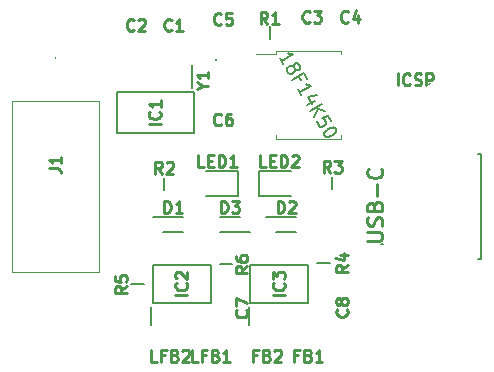
<source format=gbr>
%TF.GenerationSoftware,KiCad,Pcbnew,(5.1.12-1-g0a0a2da680)-1*%
%TF.CreationDate,2023-03-21T19:15:17+01:00*%
%TF.ProjectId,ThermoDeviceLogger,54686572-6d6f-4446-9576-6963654c6f67,rev?*%
%TF.SameCoordinates,Original*%
%TF.FileFunction,Legend,Top*%
%TF.FilePolarity,Positive*%
%FSLAX46Y46*%
G04 Gerber Fmt 4.6, Leading zero omitted, Abs format (unit mm)*
G04 Created by KiCad (PCBNEW (5.1.12-1-g0a0a2da680)-1) date 2023-03-21 19:15:17*
%MOMM*%
%LPD*%
G01*
G04 APERTURE LIST*
%ADD10C,0.200000*%
%ADD11C,0.100000*%
%ADD12C,0.120000*%
%ADD13C,0.254000*%
%ADD14C,0.250000*%
%ADD15C,0.150000*%
G04 APERTURE END LIST*
D10*
%TO.C,USB-C*%
X124850000Y-64730000D02*
X124600000Y-64730000D01*
X124850000Y-73670000D02*
X124850000Y-64730000D01*
X124600000Y-73670000D02*
X124850000Y-73670000D01*
X116400000Y-72400000D02*
X116400000Y-72400000D01*
X116500000Y-72400000D02*
X116500000Y-72400000D01*
X116400000Y-72400000D02*
X116400000Y-72400000D01*
X116500000Y-72400000D02*
G75*
G02*
X116400000Y-72400000I-50000J0D01*
G01*
X116400000Y-72400000D02*
G75*
G02*
X116500000Y-72400000I50000J0D01*
G01*
X116500000Y-72400000D02*
G75*
G02*
X116400000Y-72400000I-50000J0D01*
G01*
%TO.C,D1*%
X97050000Y-70100000D02*
X99600000Y-70100000D01*
X97900000Y-71400000D02*
X99600000Y-71400000D01*
%TO.C,D2*%
X106638000Y-70100000D02*
X109188000Y-70100000D01*
X107488000Y-71400000D02*
X109188000Y-71400000D01*
%TO.C,D3*%
X105244000Y-71400000D02*
X102694000Y-71400000D01*
X104394000Y-70100000D02*
X102694000Y-70100000D01*
%TO.C,IC1*%
X100500000Y-59525000D02*
X100500000Y-62975000D01*
X100500000Y-62975000D02*
X94000000Y-62975000D01*
X94000000Y-62975000D02*
X94000000Y-59525000D01*
X94000000Y-59525000D02*
X100500000Y-59525000D01*
X100350000Y-57225000D02*
X100350000Y-59175000D01*
%TO.C,IC2*%
X97050000Y-77350000D02*
X97050000Y-74150000D01*
X97050000Y-74150000D02*
X101950000Y-74150000D01*
X101950000Y-74150000D02*
X101950000Y-77350000D01*
X101950000Y-77350000D02*
X97050000Y-77350000D01*
X96920000Y-79225000D02*
X96920000Y-77700000D01*
%TO.C,IC3*%
X105300000Y-77350000D02*
X105300000Y-74150000D01*
X105300000Y-74150000D02*
X110200000Y-74150000D01*
X110200000Y-74150000D02*
X110200000Y-77350000D01*
X110200000Y-77350000D02*
X105300000Y-77350000D01*
X105170000Y-79225000D02*
X105170000Y-77700000D01*
%TO.C,ICSP*%
X120490000Y-58821000D02*
G75*
G03*
X120490000Y-58821000I-63000J0D01*
G01*
D11*
%TO.C,J1*%
X92450000Y-60250000D02*
X92450000Y-74750000D01*
X92450000Y-74750000D02*
X85150000Y-74750000D01*
X85150000Y-74750000D02*
X85150000Y-60250000D01*
X85150000Y-60250000D02*
X92450000Y-60250000D01*
X88750000Y-56550000D02*
X88750000Y-56550000D01*
X88750000Y-56650000D02*
X88750000Y-56650000D01*
X88750000Y-56550000D02*
X88750000Y-56550000D01*
X88750000Y-56650000D02*
G75*
G02*
X88750000Y-56550000I0J50000D01*
G01*
X88750000Y-56550000D02*
G75*
G02*
X88750000Y-56650000I0J-50000D01*
G01*
X88750000Y-56650000D02*
G75*
G02*
X88750000Y-56550000I0J50000D01*
G01*
D10*
%TO.C,LED1*%
X101550000Y-68300000D02*
X104250000Y-68300000D01*
X104250000Y-68300000D02*
X104250000Y-66200000D01*
X104250000Y-66200000D02*
X101550000Y-66200000D01*
%TO.C,LED2*%
X108700000Y-66200000D02*
X106000000Y-66200000D01*
X106000000Y-66200000D02*
X106000000Y-68300000D01*
X106000000Y-68300000D02*
X108700000Y-68300000D01*
%TO.C,R1*%
X106950000Y-55025000D02*
X106950000Y-53975000D01*
%TO.C,R2*%
X98000000Y-67815000D02*
X98000000Y-66765000D01*
%TO.C,R3*%
X112250000Y-67775000D02*
X112250000Y-66725000D01*
%TO.C,R4*%
X110975000Y-74000000D02*
X112025000Y-74000000D01*
%TO.C,R5*%
X95225000Y-75750000D02*
X96275000Y-75750000D01*
%TO.C,R6*%
X102725000Y-74050000D02*
X103775000Y-74050000D01*
D11*
%TO.C,Y1*%
X102350000Y-56850000D02*
X102350000Y-56850000D01*
X102350000Y-56750000D02*
X102350000Y-56750000D01*
X102350000Y-56850000D02*
G75*
G02*
X102350000Y-56750000I0J50000D01*
G01*
X102350000Y-56750000D02*
G75*
G02*
X102350000Y-56850000I0J-50000D01*
G01*
D12*
%TO.C,U1*%
X110250000Y-63460000D02*
X113010000Y-63460000D01*
X113010000Y-63460000D02*
X113010000Y-63185000D01*
X110250000Y-63460000D02*
X107490000Y-63460000D01*
X107490000Y-63460000D02*
X107490000Y-63185000D01*
X110250000Y-56040000D02*
X113010000Y-56040000D01*
X113010000Y-56040000D02*
X113010000Y-56315000D01*
X110250000Y-56040000D02*
X107490000Y-56040000D01*
X107490000Y-56040000D02*
X107490000Y-56315000D01*
X107490000Y-56315000D02*
X105800000Y-56315000D01*
%TO.C,USB-C*%
D13*
X115204523Y-72123809D02*
X116232619Y-72123809D01*
X116353571Y-72063333D01*
X116414047Y-72002857D01*
X116474523Y-71881904D01*
X116474523Y-71640000D01*
X116414047Y-71519047D01*
X116353571Y-71458571D01*
X116232619Y-71398095D01*
X115204523Y-71398095D01*
X116414047Y-70853809D02*
X116474523Y-70672380D01*
X116474523Y-70370000D01*
X116414047Y-70249047D01*
X116353571Y-70188571D01*
X116232619Y-70128095D01*
X116111666Y-70128095D01*
X115990714Y-70188571D01*
X115930238Y-70249047D01*
X115869761Y-70370000D01*
X115809285Y-70611904D01*
X115748809Y-70732857D01*
X115688333Y-70793333D01*
X115567380Y-70853809D01*
X115446428Y-70853809D01*
X115325476Y-70793333D01*
X115265000Y-70732857D01*
X115204523Y-70611904D01*
X115204523Y-70309523D01*
X115265000Y-70128095D01*
X115809285Y-69160476D02*
X115869761Y-68979047D01*
X115930238Y-68918571D01*
X116051190Y-68858095D01*
X116232619Y-68858095D01*
X116353571Y-68918571D01*
X116414047Y-68979047D01*
X116474523Y-69100000D01*
X116474523Y-69583809D01*
X115204523Y-69583809D01*
X115204523Y-69160476D01*
X115265000Y-69039523D01*
X115325476Y-68979047D01*
X115446428Y-68918571D01*
X115567380Y-68918571D01*
X115688333Y-68979047D01*
X115748809Y-69039523D01*
X115809285Y-69160476D01*
X115809285Y-69583809D01*
X115990714Y-68313809D02*
X115990714Y-67346190D01*
X116353571Y-66015714D02*
X116414047Y-66076190D01*
X116474523Y-66257619D01*
X116474523Y-66378571D01*
X116414047Y-66560000D01*
X116293095Y-66680952D01*
X116172142Y-66741428D01*
X115930238Y-66801904D01*
X115748809Y-66801904D01*
X115506904Y-66741428D01*
X115385952Y-66680952D01*
X115265000Y-66560000D01*
X115204523Y-66378571D01*
X115204523Y-66257619D01*
X115265000Y-66076190D01*
X115325476Y-66015714D01*
%TO.C,C1*%
D14*
X98633333Y-54257142D02*
X98585714Y-54304761D01*
X98442857Y-54352380D01*
X98347619Y-54352380D01*
X98204761Y-54304761D01*
X98109523Y-54209523D01*
X98061904Y-54114285D01*
X98014285Y-53923809D01*
X98014285Y-53780952D01*
X98061904Y-53590476D01*
X98109523Y-53495238D01*
X98204761Y-53400000D01*
X98347619Y-53352380D01*
X98442857Y-53352380D01*
X98585714Y-53400000D01*
X98633333Y-53447619D01*
X99585714Y-54352380D02*
X99014285Y-54352380D01*
X99300000Y-54352380D02*
X99300000Y-53352380D01*
X99204761Y-53495238D01*
X99109523Y-53590476D01*
X99014285Y-53638095D01*
D13*
%TO.C,C2*%
D14*
X95433333Y-54257142D02*
X95385714Y-54304761D01*
X95242857Y-54352380D01*
X95147619Y-54352380D01*
X95004761Y-54304761D01*
X94909523Y-54209523D01*
X94861904Y-54114285D01*
X94814285Y-53923809D01*
X94814285Y-53780952D01*
X94861904Y-53590476D01*
X94909523Y-53495238D01*
X95004761Y-53400000D01*
X95147619Y-53352380D01*
X95242857Y-53352380D01*
X95385714Y-53400000D01*
X95433333Y-53447619D01*
X95814285Y-53447619D02*
X95861904Y-53400000D01*
X95957142Y-53352380D01*
X96195238Y-53352380D01*
X96290476Y-53400000D01*
X96338095Y-53447619D01*
X96385714Y-53542857D01*
X96385714Y-53638095D01*
X96338095Y-53780952D01*
X95766666Y-54352380D01*
X96385714Y-54352380D01*
D13*
%TO.C,C3*%
D14*
X110333333Y-53557142D02*
X110285714Y-53604761D01*
X110142857Y-53652380D01*
X110047619Y-53652380D01*
X109904761Y-53604761D01*
X109809523Y-53509523D01*
X109761904Y-53414285D01*
X109714285Y-53223809D01*
X109714285Y-53080952D01*
X109761904Y-52890476D01*
X109809523Y-52795238D01*
X109904761Y-52700000D01*
X110047619Y-52652380D01*
X110142857Y-52652380D01*
X110285714Y-52700000D01*
X110333333Y-52747619D01*
X110666666Y-52652380D02*
X111285714Y-52652380D01*
X110952380Y-53033333D01*
X111095238Y-53033333D01*
X111190476Y-53080952D01*
X111238095Y-53128571D01*
X111285714Y-53223809D01*
X111285714Y-53461904D01*
X111238095Y-53557142D01*
X111190476Y-53604761D01*
X111095238Y-53652380D01*
X110809523Y-53652380D01*
X110714285Y-53604761D01*
X110666666Y-53557142D01*
D13*
%TO.C,C4*%
D14*
X113583333Y-53557142D02*
X113535714Y-53604761D01*
X113392857Y-53652380D01*
X113297619Y-53652380D01*
X113154761Y-53604761D01*
X113059523Y-53509523D01*
X113011904Y-53414285D01*
X112964285Y-53223809D01*
X112964285Y-53080952D01*
X113011904Y-52890476D01*
X113059523Y-52795238D01*
X113154761Y-52700000D01*
X113297619Y-52652380D01*
X113392857Y-52652380D01*
X113535714Y-52700000D01*
X113583333Y-52747619D01*
X114440476Y-52985714D02*
X114440476Y-53652380D01*
X114202380Y-52604761D02*
X113964285Y-53319047D01*
X114583333Y-53319047D01*
D13*
%TO.C,C5*%
D14*
X102833333Y-53757142D02*
X102785714Y-53804761D01*
X102642857Y-53852380D01*
X102547619Y-53852380D01*
X102404761Y-53804761D01*
X102309523Y-53709523D01*
X102261904Y-53614285D01*
X102214285Y-53423809D01*
X102214285Y-53280952D01*
X102261904Y-53090476D01*
X102309523Y-52995238D01*
X102404761Y-52900000D01*
X102547619Y-52852380D01*
X102642857Y-52852380D01*
X102785714Y-52900000D01*
X102833333Y-52947619D01*
X103738095Y-52852380D02*
X103261904Y-52852380D01*
X103214285Y-53328571D01*
X103261904Y-53280952D01*
X103357142Y-53233333D01*
X103595238Y-53233333D01*
X103690476Y-53280952D01*
X103738095Y-53328571D01*
X103785714Y-53423809D01*
X103785714Y-53661904D01*
X103738095Y-53757142D01*
X103690476Y-53804761D01*
X103595238Y-53852380D01*
X103357142Y-53852380D01*
X103261904Y-53804761D01*
X103214285Y-53757142D01*
D13*
%TO.C,C6*%
D14*
X102833333Y-62257142D02*
X102785714Y-62304761D01*
X102642857Y-62352380D01*
X102547619Y-62352380D01*
X102404761Y-62304761D01*
X102309523Y-62209523D01*
X102261904Y-62114285D01*
X102214285Y-61923809D01*
X102214285Y-61780952D01*
X102261904Y-61590476D01*
X102309523Y-61495238D01*
X102404761Y-61400000D01*
X102547619Y-61352380D01*
X102642857Y-61352380D01*
X102785714Y-61400000D01*
X102833333Y-61447619D01*
X103690476Y-61352380D02*
X103500000Y-61352380D01*
X103404761Y-61400000D01*
X103357142Y-61447619D01*
X103261904Y-61590476D01*
X103214285Y-61780952D01*
X103214285Y-62161904D01*
X103261904Y-62257142D01*
X103309523Y-62304761D01*
X103404761Y-62352380D01*
X103595238Y-62352380D01*
X103690476Y-62304761D01*
X103738095Y-62257142D01*
X103785714Y-62161904D01*
X103785714Y-61923809D01*
X103738095Y-61828571D01*
X103690476Y-61780952D01*
X103595238Y-61733333D01*
X103404761Y-61733333D01*
X103309523Y-61780952D01*
X103261904Y-61828571D01*
X103214285Y-61923809D01*
D13*
%TO.C,C7*%
D14*
X104957142Y-77966666D02*
X105004761Y-78014285D01*
X105052380Y-78157142D01*
X105052380Y-78252380D01*
X105004761Y-78395238D01*
X104909523Y-78490476D01*
X104814285Y-78538095D01*
X104623809Y-78585714D01*
X104480952Y-78585714D01*
X104290476Y-78538095D01*
X104195238Y-78490476D01*
X104100000Y-78395238D01*
X104052380Y-78252380D01*
X104052380Y-78157142D01*
X104100000Y-78014285D01*
X104147619Y-77966666D01*
X104052380Y-77633333D02*
X104052380Y-76966666D01*
X105052380Y-77395238D01*
D13*
%TO.C,C8*%
D14*
X113457142Y-77916666D02*
X113504761Y-77964285D01*
X113552380Y-78107142D01*
X113552380Y-78202380D01*
X113504761Y-78345238D01*
X113409523Y-78440476D01*
X113314285Y-78488095D01*
X113123809Y-78535714D01*
X112980952Y-78535714D01*
X112790476Y-78488095D01*
X112695238Y-78440476D01*
X112600000Y-78345238D01*
X112552380Y-78202380D01*
X112552380Y-78107142D01*
X112600000Y-77964285D01*
X112647619Y-77916666D01*
X112980952Y-77345238D02*
X112933333Y-77440476D01*
X112885714Y-77488095D01*
X112790476Y-77535714D01*
X112742857Y-77535714D01*
X112647619Y-77488095D01*
X112600000Y-77440476D01*
X112552380Y-77345238D01*
X112552380Y-77154761D01*
X112600000Y-77059523D01*
X112647619Y-77011904D01*
X112742857Y-76964285D01*
X112790476Y-76964285D01*
X112885714Y-77011904D01*
X112933333Y-77059523D01*
X112980952Y-77154761D01*
X112980952Y-77345238D01*
X113028571Y-77440476D01*
X113076190Y-77488095D01*
X113171428Y-77535714D01*
X113361904Y-77535714D01*
X113457142Y-77488095D01*
X113504761Y-77440476D01*
X113552380Y-77345238D01*
X113552380Y-77154761D01*
X113504761Y-77059523D01*
X113457142Y-77011904D01*
X113361904Y-76964285D01*
X113171428Y-76964285D01*
X113076190Y-77011904D01*
X113028571Y-77059523D01*
X112980952Y-77154761D01*
D13*
%TO.C,D1*%
D14*
X98011904Y-69752380D02*
X98011904Y-68752380D01*
X98250000Y-68752380D01*
X98392857Y-68800000D01*
X98488095Y-68895238D01*
X98535714Y-68990476D01*
X98583333Y-69180952D01*
X98583333Y-69323809D01*
X98535714Y-69514285D01*
X98488095Y-69609523D01*
X98392857Y-69704761D01*
X98250000Y-69752380D01*
X98011904Y-69752380D01*
X99535714Y-69752380D02*
X98964285Y-69752380D01*
X99250000Y-69752380D02*
X99250000Y-68752380D01*
X99154761Y-68895238D01*
X99059523Y-68990476D01*
X98964285Y-69038095D01*
D13*
%TO.C,D2*%
D14*
X107599904Y-69752380D02*
X107599904Y-68752380D01*
X107838000Y-68752380D01*
X107980857Y-68800000D01*
X108076095Y-68895238D01*
X108123714Y-68990476D01*
X108171333Y-69180952D01*
X108171333Y-69323809D01*
X108123714Y-69514285D01*
X108076095Y-69609523D01*
X107980857Y-69704761D01*
X107838000Y-69752380D01*
X107599904Y-69752380D01*
X108552285Y-68847619D02*
X108599904Y-68800000D01*
X108695142Y-68752380D01*
X108933238Y-68752380D01*
X109028476Y-68800000D01*
X109076095Y-68847619D01*
X109123714Y-68942857D01*
X109123714Y-69038095D01*
X109076095Y-69180952D01*
X108504666Y-69752380D01*
X109123714Y-69752380D01*
D13*
%TO.C,D3*%
D14*
X102805904Y-69752380D02*
X102805904Y-68752380D01*
X103044000Y-68752380D01*
X103186857Y-68800000D01*
X103282095Y-68895238D01*
X103329714Y-68990476D01*
X103377333Y-69180952D01*
X103377333Y-69323809D01*
X103329714Y-69514285D01*
X103282095Y-69609523D01*
X103186857Y-69704761D01*
X103044000Y-69752380D01*
X102805904Y-69752380D01*
X103710666Y-68752380D02*
X104329714Y-68752380D01*
X103996380Y-69133333D01*
X104139238Y-69133333D01*
X104234476Y-69180952D01*
X104282095Y-69228571D01*
X104329714Y-69323809D01*
X104329714Y-69561904D01*
X104282095Y-69657142D01*
X104234476Y-69704761D01*
X104139238Y-69752380D01*
X103853523Y-69752380D01*
X103758285Y-69704761D01*
X103710666Y-69657142D01*
D13*
%TO.C,FB1*%
D14*
X109356666Y-81828571D02*
X109023333Y-81828571D01*
X109023333Y-82352380D02*
X109023333Y-81352380D01*
X109499523Y-81352380D01*
X110213809Y-81828571D02*
X110356666Y-81876190D01*
X110404285Y-81923809D01*
X110451904Y-82019047D01*
X110451904Y-82161904D01*
X110404285Y-82257142D01*
X110356666Y-82304761D01*
X110261428Y-82352380D01*
X109880476Y-82352380D01*
X109880476Y-81352380D01*
X110213809Y-81352380D01*
X110309047Y-81400000D01*
X110356666Y-81447619D01*
X110404285Y-81542857D01*
X110404285Y-81638095D01*
X110356666Y-81733333D01*
X110309047Y-81780952D01*
X110213809Y-81828571D01*
X109880476Y-81828571D01*
X111404285Y-82352380D02*
X110832857Y-82352380D01*
X111118571Y-82352380D02*
X111118571Y-81352380D01*
X111023333Y-81495238D01*
X110928095Y-81590476D01*
X110832857Y-81638095D01*
D13*
%TO.C,FB2*%
D14*
X105866666Y-81828571D02*
X105533333Y-81828571D01*
X105533333Y-82352380D02*
X105533333Y-81352380D01*
X106009523Y-81352380D01*
X106723809Y-81828571D02*
X106866666Y-81876190D01*
X106914285Y-81923809D01*
X106961904Y-82019047D01*
X106961904Y-82161904D01*
X106914285Y-82257142D01*
X106866666Y-82304761D01*
X106771428Y-82352380D01*
X106390476Y-82352380D01*
X106390476Y-81352380D01*
X106723809Y-81352380D01*
X106819047Y-81400000D01*
X106866666Y-81447619D01*
X106914285Y-81542857D01*
X106914285Y-81638095D01*
X106866666Y-81733333D01*
X106819047Y-81780952D01*
X106723809Y-81828571D01*
X106390476Y-81828571D01*
X107342857Y-81447619D02*
X107390476Y-81400000D01*
X107485714Y-81352380D01*
X107723809Y-81352380D01*
X107819047Y-81400000D01*
X107866666Y-81447619D01*
X107914285Y-81542857D01*
X107914285Y-81638095D01*
X107866666Y-81780952D01*
X107295238Y-82352380D01*
X107914285Y-82352380D01*
D13*
%TO.C,IC1*%
D14*
X97702380Y-62226190D02*
X96702380Y-62226190D01*
X97607142Y-61178571D02*
X97654761Y-61226190D01*
X97702380Y-61369047D01*
X97702380Y-61464285D01*
X97654761Y-61607142D01*
X97559523Y-61702380D01*
X97464285Y-61750000D01*
X97273809Y-61797619D01*
X97130952Y-61797619D01*
X96940476Y-61750000D01*
X96845238Y-61702380D01*
X96750000Y-61607142D01*
X96702380Y-61464285D01*
X96702380Y-61369047D01*
X96750000Y-61226190D01*
X96797619Y-61178571D01*
X97702380Y-60226190D02*
X97702380Y-60797619D01*
X97702380Y-60511904D02*
X96702380Y-60511904D01*
X96845238Y-60607142D01*
X96940476Y-60702380D01*
X96988095Y-60797619D01*
D13*
%TO.C,IC2*%
D14*
X99952380Y-76726190D02*
X98952380Y-76726190D01*
X99857142Y-75678571D02*
X99904761Y-75726190D01*
X99952380Y-75869047D01*
X99952380Y-75964285D01*
X99904761Y-76107142D01*
X99809523Y-76202380D01*
X99714285Y-76250000D01*
X99523809Y-76297619D01*
X99380952Y-76297619D01*
X99190476Y-76250000D01*
X99095238Y-76202380D01*
X99000000Y-76107142D01*
X98952380Y-75964285D01*
X98952380Y-75869047D01*
X99000000Y-75726190D01*
X99047619Y-75678571D01*
X99047619Y-75297619D02*
X99000000Y-75250000D01*
X98952380Y-75154761D01*
X98952380Y-74916666D01*
X99000000Y-74821428D01*
X99047619Y-74773809D01*
X99142857Y-74726190D01*
X99238095Y-74726190D01*
X99380952Y-74773809D01*
X99952380Y-75345238D01*
X99952380Y-74726190D01*
D13*
%TO.C,IC3*%
D14*
X108202380Y-76726190D02*
X107202380Y-76726190D01*
X108107142Y-75678571D02*
X108154761Y-75726190D01*
X108202380Y-75869047D01*
X108202380Y-75964285D01*
X108154761Y-76107142D01*
X108059523Y-76202380D01*
X107964285Y-76250000D01*
X107773809Y-76297619D01*
X107630952Y-76297619D01*
X107440476Y-76250000D01*
X107345238Y-76202380D01*
X107250000Y-76107142D01*
X107202380Y-75964285D01*
X107202380Y-75869047D01*
X107250000Y-75726190D01*
X107297619Y-75678571D01*
X107202380Y-75345238D02*
X107202380Y-74726190D01*
X107583333Y-75059523D01*
X107583333Y-74916666D01*
X107630952Y-74821428D01*
X107678571Y-74773809D01*
X107773809Y-74726190D01*
X108011904Y-74726190D01*
X108107142Y-74773809D01*
X108154761Y-74821428D01*
X108202380Y-74916666D01*
X108202380Y-75202380D01*
X108154761Y-75297619D01*
X108107142Y-75345238D01*
D13*
%TO.C,ICSP*%
D14*
X117773809Y-58952380D02*
X117773809Y-57952380D01*
X118821428Y-58857142D02*
X118773809Y-58904761D01*
X118630952Y-58952380D01*
X118535714Y-58952380D01*
X118392857Y-58904761D01*
X118297619Y-58809523D01*
X118250000Y-58714285D01*
X118202380Y-58523809D01*
X118202380Y-58380952D01*
X118250000Y-58190476D01*
X118297619Y-58095238D01*
X118392857Y-58000000D01*
X118535714Y-57952380D01*
X118630952Y-57952380D01*
X118773809Y-58000000D01*
X118821428Y-58047619D01*
X119202380Y-58904761D02*
X119345238Y-58952380D01*
X119583333Y-58952380D01*
X119678571Y-58904761D01*
X119726190Y-58857142D01*
X119773809Y-58761904D01*
X119773809Y-58666666D01*
X119726190Y-58571428D01*
X119678571Y-58523809D01*
X119583333Y-58476190D01*
X119392857Y-58428571D01*
X119297619Y-58380952D01*
X119250000Y-58333333D01*
X119202380Y-58238095D01*
X119202380Y-58142857D01*
X119250000Y-58047619D01*
X119297619Y-58000000D01*
X119392857Y-57952380D01*
X119630952Y-57952380D01*
X119773809Y-58000000D01*
X120202380Y-58952380D02*
X120202380Y-57952380D01*
X120583333Y-57952380D01*
X120678571Y-58000000D01*
X120726190Y-58047619D01*
X120773809Y-58142857D01*
X120773809Y-58285714D01*
X120726190Y-58380952D01*
X120678571Y-58428571D01*
X120583333Y-58476190D01*
X120202380Y-58476190D01*
%TO.C,J1*%
X88252380Y-65983333D02*
X88966666Y-65983333D01*
X89109523Y-66030952D01*
X89204761Y-66126190D01*
X89252380Y-66269047D01*
X89252380Y-66364285D01*
X89252380Y-64983333D02*
X89252380Y-65554761D01*
X89252380Y-65269047D02*
X88252380Y-65269047D01*
X88395238Y-65364285D01*
X88490476Y-65459523D01*
X88538095Y-65554761D01*
D13*
%TO.C,LED1*%
D14*
X101380952Y-65852380D02*
X100904761Y-65852380D01*
X100904761Y-64852380D01*
X101714285Y-65328571D02*
X102047619Y-65328571D01*
X102190476Y-65852380D02*
X101714285Y-65852380D01*
X101714285Y-64852380D01*
X102190476Y-64852380D01*
X102619047Y-65852380D02*
X102619047Y-64852380D01*
X102857142Y-64852380D01*
X103000000Y-64900000D01*
X103095238Y-64995238D01*
X103142857Y-65090476D01*
X103190476Y-65280952D01*
X103190476Y-65423809D01*
X103142857Y-65614285D01*
X103095238Y-65709523D01*
X103000000Y-65804761D01*
X102857142Y-65852380D01*
X102619047Y-65852380D01*
X104142857Y-65852380D02*
X103571428Y-65852380D01*
X103857142Y-65852380D02*
X103857142Y-64852380D01*
X103761904Y-64995238D01*
X103666666Y-65090476D01*
X103571428Y-65138095D01*
D13*
%TO.C,LED2*%
D14*
X106630952Y-65852380D02*
X106154761Y-65852380D01*
X106154761Y-64852380D01*
X106964285Y-65328571D02*
X107297619Y-65328571D01*
X107440476Y-65852380D02*
X106964285Y-65852380D01*
X106964285Y-64852380D01*
X107440476Y-64852380D01*
X107869047Y-65852380D02*
X107869047Y-64852380D01*
X108107142Y-64852380D01*
X108250000Y-64900000D01*
X108345238Y-64995238D01*
X108392857Y-65090476D01*
X108440476Y-65280952D01*
X108440476Y-65423809D01*
X108392857Y-65614285D01*
X108345238Y-65709523D01*
X108250000Y-65804761D01*
X108107142Y-65852380D01*
X107869047Y-65852380D01*
X108821428Y-64947619D02*
X108869047Y-64900000D01*
X108964285Y-64852380D01*
X109202380Y-64852380D01*
X109297619Y-64900000D01*
X109345238Y-64947619D01*
X109392857Y-65042857D01*
X109392857Y-65138095D01*
X109345238Y-65280952D01*
X108773809Y-65852380D01*
X109392857Y-65852380D01*
D13*
%TO.C,LFB1*%
D14*
X100844761Y-82352380D02*
X100368571Y-82352380D01*
X100368571Y-81352380D01*
X101511428Y-81828571D02*
X101178095Y-81828571D01*
X101178095Y-82352380D02*
X101178095Y-81352380D01*
X101654285Y-81352380D01*
X102368571Y-81828571D02*
X102511428Y-81876190D01*
X102559047Y-81923809D01*
X102606666Y-82019047D01*
X102606666Y-82161904D01*
X102559047Y-82257142D01*
X102511428Y-82304761D01*
X102416190Y-82352380D01*
X102035238Y-82352380D01*
X102035238Y-81352380D01*
X102368571Y-81352380D01*
X102463809Y-81400000D01*
X102511428Y-81447619D01*
X102559047Y-81542857D01*
X102559047Y-81638095D01*
X102511428Y-81733333D01*
X102463809Y-81780952D01*
X102368571Y-81828571D01*
X102035238Y-81828571D01*
X103559047Y-82352380D02*
X102987619Y-82352380D01*
X103273333Y-82352380D02*
X103273333Y-81352380D01*
X103178095Y-81495238D01*
X103082857Y-81590476D01*
X102987619Y-81638095D01*
D13*
%TO.C,LFB2*%
D14*
X97404761Y-82352380D02*
X96928571Y-82352380D01*
X96928571Y-81352380D01*
X98071428Y-81828571D02*
X97738095Y-81828571D01*
X97738095Y-82352380D02*
X97738095Y-81352380D01*
X98214285Y-81352380D01*
X98928571Y-81828571D02*
X99071428Y-81876190D01*
X99119047Y-81923809D01*
X99166666Y-82019047D01*
X99166666Y-82161904D01*
X99119047Y-82257142D01*
X99071428Y-82304761D01*
X98976190Y-82352380D01*
X98595238Y-82352380D01*
X98595238Y-81352380D01*
X98928571Y-81352380D01*
X99023809Y-81400000D01*
X99071428Y-81447619D01*
X99119047Y-81542857D01*
X99119047Y-81638095D01*
X99071428Y-81733333D01*
X99023809Y-81780952D01*
X98928571Y-81828571D01*
X98595238Y-81828571D01*
X99547619Y-81447619D02*
X99595238Y-81400000D01*
X99690476Y-81352380D01*
X99928571Y-81352380D01*
X100023809Y-81400000D01*
X100071428Y-81447619D01*
X100119047Y-81542857D01*
X100119047Y-81638095D01*
X100071428Y-81780952D01*
X99500000Y-82352380D01*
X100119047Y-82352380D01*
D13*
%TO.C,R1*%
D14*
X106733333Y-53752380D02*
X106400000Y-53276190D01*
X106161904Y-53752380D02*
X106161904Y-52752380D01*
X106542857Y-52752380D01*
X106638095Y-52800000D01*
X106685714Y-52847619D01*
X106733333Y-52942857D01*
X106733333Y-53085714D01*
X106685714Y-53180952D01*
X106638095Y-53228571D01*
X106542857Y-53276190D01*
X106161904Y-53276190D01*
X107685714Y-53752380D02*
X107114285Y-53752380D01*
X107400000Y-53752380D02*
X107400000Y-52752380D01*
X107304761Y-52895238D01*
X107209523Y-52990476D01*
X107114285Y-53038095D01*
D13*
%TO.C,R2*%
D14*
X97833333Y-66422380D02*
X97500000Y-65946190D01*
X97261904Y-66422380D02*
X97261904Y-65422380D01*
X97642857Y-65422380D01*
X97738095Y-65470000D01*
X97785714Y-65517619D01*
X97833333Y-65612857D01*
X97833333Y-65755714D01*
X97785714Y-65850952D01*
X97738095Y-65898571D01*
X97642857Y-65946190D01*
X97261904Y-65946190D01*
X98214285Y-65517619D02*
X98261904Y-65470000D01*
X98357142Y-65422380D01*
X98595238Y-65422380D01*
X98690476Y-65470000D01*
X98738095Y-65517619D01*
X98785714Y-65612857D01*
X98785714Y-65708095D01*
X98738095Y-65850952D01*
X98166666Y-66422380D01*
X98785714Y-66422380D01*
D13*
%TO.C,R3*%
D14*
X112083333Y-66352380D02*
X111750000Y-65876190D01*
X111511904Y-66352380D02*
X111511904Y-65352380D01*
X111892857Y-65352380D01*
X111988095Y-65400000D01*
X112035714Y-65447619D01*
X112083333Y-65542857D01*
X112083333Y-65685714D01*
X112035714Y-65780952D01*
X111988095Y-65828571D01*
X111892857Y-65876190D01*
X111511904Y-65876190D01*
X112416666Y-65352380D02*
X113035714Y-65352380D01*
X112702380Y-65733333D01*
X112845238Y-65733333D01*
X112940476Y-65780952D01*
X112988095Y-65828571D01*
X113035714Y-65923809D01*
X113035714Y-66161904D01*
X112988095Y-66257142D01*
X112940476Y-66304761D01*
X112845238Y-66352380D01*
X112559523Y-66352380D01*
X112464285Y-66304761D01*
X112416666Y-66257142D01*
D13*
%TO.C,R4*%
D14*
X113552380Y-74166666D02*
X113076190Y-74500000D01*
X113552380Y-74738095D02*
X112552380Y-74738095D01*
X112552380Y-74357142D01*
X112600000Y-74261904D01*
X112647619Y-74214285D01*
X112742857Y-74166666D01*
X112885714Y-74166666D01*
X112980952Y-74214285D01*
X113028571Y-74261904D01*
X113076190Y-74357142D01*
X113076190Y-74738095D01*
X112885714Y-73309523D02*
X113552380Y-73309523D01*
X112504761Y-73547619D02*
X113219047Y-73785714D01*
X113219047Y-73166666D01*
D13*
%TO.C,R5*%
D14*
X94852380Y-75966666D02*
X94376190Y-76300000D01*
X94852380Y-76538095D02*
X93852380Y-76538095D01*
X93852380Y-76157142D01*
X93900000Y-76061904D01*
X93947619Y-76014285D01*
X94042857Y-75966666D01*
X94185714Y-75966666D01*
X94280952Y-76014285D01*
X94328571Y-76061904D01*
X94376190Y-76157142D01*
X94376190Y-76538095D01*
X93852380Y-75061904D02*
X93852380Y-75538095D01*
X94328571Y-75585714D01*
X94280952Y-75538095D01*
X94233333Y-75442857D01*
X94233333Y-75204761D01*
X94280952Y-75109523D01*
X94328571Y-75061904D01*
X94423809Y-75014285D01*
X94661904Y-75014285D01*
X94757142Y-75061904D01*
X94804761Y-75109523D01*
X94852380Y-75204761D01*
X94852380Y-75442857D01*
X94804761Y-75538095D01*
X94757142Y-75585714D01*
D13*
%TO.C,R6*%
D14*
X105052380Y-74266666D02*
X104576190Y-74600000D01*
X105052380Y-74838095D02*
X104052380Y-74838095D01*
X104052380Y-74457142D01*
X104100000Y-74361904D01*
X104147619Y-74314285D01*
X104242857Y-74266666D01*
X104385714Y-74266666D01*
X104480952Y-74314285D01*
X104528571Y-74361904D01*
X104576190Y-74457142D01*
X104576190Y-74838095D01*
X104052380Y-73409523D02*
X104052380Y-73600000D01*
X104100000Y-73695238D01*
X104147619Y-73742857D01*
X104290476Y-73838095D01*
X104480952Y-73885714D01*
X104861904Y-73885714D01*
X104957142Y-73838095D01*
X105004761Y-73790476D01*
X105052380Y-73695238D01*
X105052380Y-73504761D01*
X105004761Y-73409523D01*
X104957142Y-73361904D01*
X104861904Y-73314285D01*
X104623809Y-73314285D01*
X104528571Y-73361904D01*
X104480952Y-73409523D01*
X104433333Y-73504761D01*
X104433333Y-73695238D01*
X104480952Y-73790476D01*
X104528571Y-73838095D01*
X104623809Y-73885714D01*
D13*
%TO.C,Y1*%
D14*
X101276190Y-58976190D02*
X101752380Y-58976190D01*
X100752380Y-59309523D02*
X101276190Y-58976190D01*
X100752380Y-58642857D01*
X101752380Y-57785714D02*
X101752380Y-58357142D01*
X101752380Y-58071428D02*
X100752380Y-58071428D01*
X100895238Y-58166666D01*
X100990476Y-58261904D01*
X101038095Y-58357142D01*
D13*
%TO.C,U1*%
D15*
X108105954Y-57168244D02*
X107791668Y-56623885D01*
X107948811Y-56896064D02*
X108901439Y-56346064D01*
X108712968Y-56333909D01*
X108569861Y-56295564D01*
X108472116Y-56231028D01*
X108964598Y-57398317D02*
X108957580Y-57281400D01*
X108976753Y-57209846D01*
X109041289Y-57112102D01*
X109086652Y-57085911D01*
X109203569Y-57078894D01*
X109275123Y-57098066D01*
X109372867Y-57162602D01*
X109477629Y-57344055D01*
X109484647Y-57460972D01*
X109465474Y-57532526D01*
X109400938Y-57630270D01*
X109355575Y-57656461D01*
X109238658Y-57663478D01*
X109167104Y-57644306D01*
X109069360Y-57579770D01*
X108964598Y-57398317D01*
X108866854Y-57333781D01*
X108795300Y-57314608D01*
X108678383Y-57321626D01*
X108496930Y-57426388D01*
X108432394Y-57524132D01*
X108413222Y-57595685D01*
X108420239Y-57712602D01*
X108525001Y-57894055D01*
X108622745Y-57958591D01*
X108694299Y-57977764D01*
X108811216Y-57970746D01*
X108992669Y-57865984D01*
X109057205Y-57768240D01*
X109076378Y-57696687D01*
X109069360Y-57579770D01*
X109547806Y-58513225D02*
X109364473Y-58195682D01*
X108865477Y-58483777D02*
X109818105Y-57933777D01*
X110080010Y-58387410D01*
X109625001Y-59799311D02*
X109310715Y-59254952D01*
X109467858Y-59527132D02*
X110420486Y-58977132D01*
X110232016Y-58964977D01*
X110088908Y-58926631D01*
X109991164Y-58862095D01*
X110731515Y-60249183D02*
X110096430Y-60615849D01*
X110963469Y-59812843D02*
X110152068Y-59978884D01*
X110492544Y-60568606D01*
X110384525Y-61114845D02*
X111337153Y-60564845D01*
X110698811Y-61659204D02*
X111007455Y-60936649D01*
X111651439Y-61109204D02*
X110792794Y-60879131D01*
X112149058Y-61971105D02*
X111887153Y-61517473D01*
X111407330Y-61734015D01*
X111478884Y-61753187D01*
X111576628Y-61817723D01*
X111707580Y-62044539D01*
X111714598Y-62161456D01*
X111695425Y-62233010D01*
X111630889Y-62330754D01*
X111404073Y-62461707D01*
X111287156Y-62468724D01*
X111215602Y-62449552D01*
X111117858Y-62385016D01*
X110986906Y-62158199D01*
X110979888Y-62041283D01*
X110999061Y-61969729D01*
X112515724Y-62606191D02*
X112568105Y-62696917D01*
X112575123Y-62813834D01*
X112555950Y-62885388D01*
X112491414Y-62983132D01*
X112336152Y-63133257D01*
X112109336Y-63264209D01*
X111901692Y-63323608D01*
X111784775Y-63330626D01*
X111713222Y-63311453D01*
X111615477Y-63246917D01*
X111563096Y-63156191D01*
X111556079Y-63039274D01*
X111575251Y-62967720D01*
X111639787Y-62869976D01*
X111795050Y-62719851D01*
X112021866Y-62588898D01*
X112229509Y-62529500D01*
X112346426Y-62522482D01*
X112417980Y-62541655D01*
X112515724Y-62606191D01*
%TD*%
M02*

</source>
